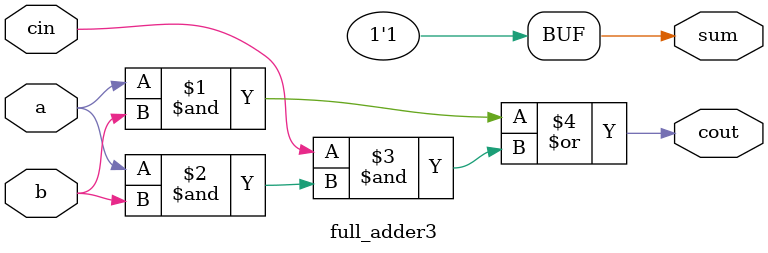
<source format=v>
module full_adder3(a,b,cin,sum,cout);
input a,b,cin;
output sum,cout;
assign sum = 1'b1;
assign cout = a&b|cin&(a&b); 
// initial begin
//     $display("The incorrect adder with xor1 having out/1");
// end   
endmodule
</source>
